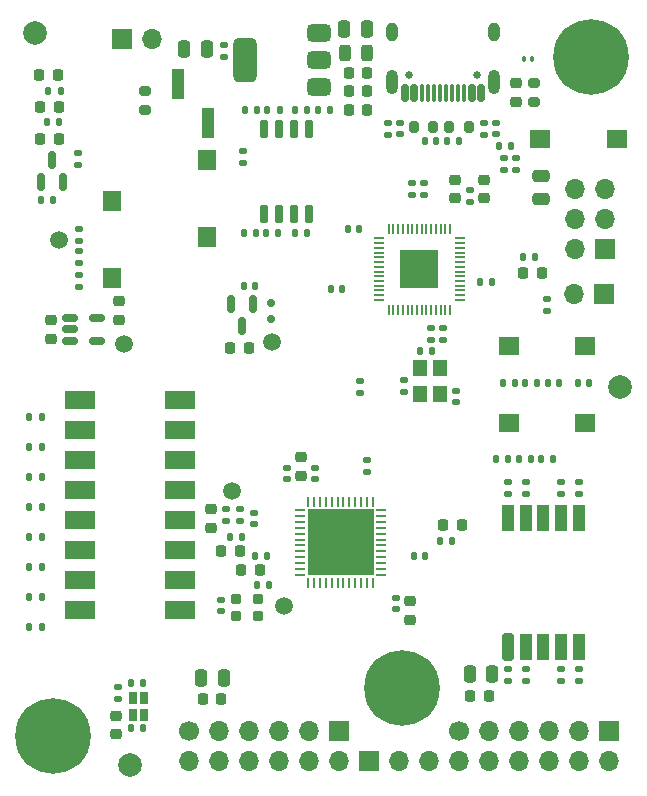
<source format=gbr>
%TF.GenerationSoftware,KiCad,Pcbnew,8.0.8-8.0.8-0~ubuntu24.04.1*%
%TF.CreationDate,2025-02-21T17:42:53-05:00*%
%TF.ProjectId,ChipigniteExplain,43686970-6967-46e6-9974-654578706c61,1.1*%
%TF.SameCoordinates,Original*%
%TF.FileFunction,Soldermask,Top*%
%TF.FilePolarity,Negative*%
%FSLAX46Y46*%
G04 Gerber Fmt 4.6, Leading zero omitted, Abs format (unit mm)*
G04 Created by KiCad (PCBNEW 8.0.8-8.0.8-0~ubuntu24.04.1) date 2025-02-21 17:42:53*
%MOMM*%
%LPD*%
G01*
G04 APERTURE LIST*
G04 Aperture macros list*
%AMRoundRect*
0 Rectangle with rounded corners*
0 $1 Rounding radius*
0 $2 $3 $4 $5 $6 $7 $8 $9 X,Y pos of 4 corners*
0 Add a 4 corners polygon primitive as box body*
4,1,4,$2,$3,$4,$5,$6,$7,$8,$9,$2,$3,0*
0 Add four circle primitives for the rounded corners*
1,1,$1+$1,$2,$3*
1,1,$1+$1,$4,$5*
1,1,$1+$1,$6,$7*
1,1,$1+$1,$8,$9*
0 Add four rect primitives between the rounded corners*
20,1,$1+$1,$2,$3,$4,$5,0*
20,1,$1+$1,$4,$5,$6,$7,0*
20,1,$1+$1,$6,$7,$8,$9,0*
20,1,$1+$1,$8,$9,$2,$3,0*%
G04 Aperture macros list end*
%ADD10RoundRect,0.135000X0.135000X0.185000X-0.135000X0.185000X-0.135000X-0.185000X0.135000X-0.185000X0*%
%ADD11RoundRect,0.375000X0.625000X0.375000X-0.625000X0.375000X-0.625000X-0.375000X0.625000X-0.375000X0*%
%ADD12RoundRect,0.500000X0.500000X1.400000X-0.500000X1.400000X-0.500000X-1.400000X0.500000X-1.400000X0*%
%ADD13RoundRect,0.135000X-0.185000X0.135000X-0.185000X-0.135000X0.185000X-0.135000X0.185000X0.135000X0*%
%ADD14RoundRect,0.140000X0.170000X-0.140000X0.170000X0.140000X-0.170000X0.140000X-0.170000X-0.140000X0*%
%ADD15RoundRect,0.135000X-0.135000X-0.185000X0.135000X-0.185000X0.135000X0.185000X-0.135000X0.185000X0*%
%ADD16RoundRect,0.135000X0.185000X-0.135000X0.185000X0.135000X-0.185000X0.135000X-0.185000X-0.135000X0*%
%ADD17RoundRect,0.102000X-0.700000X0.750000X-0.700000X-0.750000X0.700000X-0.750000X0.700000X0.750000X0*%
%ADD18RoundRect,0.250000X-0.250000X-0.475000X0.250000X-0.475000X0.250000X0.475000X-0.250000X0.475000X0*%
%ADD19RoundRect,0.150000X-0.150000X0.587500X-0.150000X-0.587500X0.150000X-0.587500X0.150000X0.587500X0*%
%ADD20C,6.400000*%
%ADD21RoundRect,0.225000X0.225000X0.250000X-0.225000X0.250000X-0.225000X-0.250000X0.225000X-0.250000X0*%
%ADD22RoundRect,0.140000X-0.140000X-0.170000X0.140000X-0.170000X0.140000X0.170000X-0.140000X0.170000X0*%
%ADD23RoundRect,0.102000X-0.750000X-0.700000X0.750000X-0.700000X0.750000X0.700000X-0.750000X0.700000X0*%
%ADD24RoundRect,0.225000X-0.225000X-0.250000X0.225000X-0.250000X0.225000X0.250000X-0.225000X0.250000X0*%
%ADD25RoundRect,0.150000X0.150000X-0.650000X0.150000X0.650000X-0.150000X0.650000X-0.150000X-0.650000X0*%
%ADD26RoundRect,0.150000X-0.200000X0.150000X-0.200000X-0.150000X0.200000X-0.150000X0.200000X0.150000X0*%
%ADD27RoundRect,0.140000X0.140000X0.170000X-0.140000X0.170000X-0.140000X-0.170000X0.140000X-0.170000X0*%
%ADD28RoundRect,0.102000X-0.275000X0.400000X-0.275000X-0.400000X0.275000X-0.400000X0.275000X0.400000X0*%
%ADD29R,1.200000X1.400000*%
%ADD30RoundRect,0.050000X-0.387500X-0.050000X0.387500X-0.050000X0.387500X0.050000X-0.387500X0.050000X0*%
%ADD31RoundRect,0.050000X-0.050000X-0.387500X0.050000X-0.387500X0.050000X0.387500X-0.050000X0.387500X0*%
%ADD32R,3.200000X3.200000*%
%ADD33C,1.500000*%
%ADD34C,2.000000*%
%ADD35RoundRect,0.225000X-0.250000X0.225000X-0.250000X-0.225000X0.250000X-0.225000X0.250000X0.225000X0*%
%ADD36RoundRect,0.150000X0.150000X-0.587500X0.150000X0.587500X-0.150000X0.587500X-0.150000X-0.587500X0*%
%ADD37RoundRect,0.225000X0.250000X-0.225000X0.250000X0.225000X-0.250000X0.225000X-0.250000X-0.225000X0*%
%ADD38RoundRect,0.200000X-0.275000X0.200000X-0.275000X-0.200000X0.275000X-0.200000X0.275000X0.200000X0*%
%ADD39RoundRect,0.150000X-0.512500X-0.150000X0.512500X-0.150000X0.512500X0.150000X-0.512500X0.150000X0*%
%ADD40RoundRect,0.218750X-0.218750X-0.256250X0.218750X-0.256250X0.218750X0.256250X-0.218750X0.256250X0*%
%ADD41R,1.700000X1.700000*%
%ADD42O,1.700000X1.700000*%
%ADD43RoundRect,0.200000X0.275000X-0.200000X0.275000X0.200000X-0.275000X0.200000X-0.275000X-0.200000X0*%
%ADD44RoundRect,0.140000X-0.170000X0.140000X-0.170000X-0.140000X0.170000X-0.140000X0.170000X0.140000X0*%
%ADD45RoundRect,0.200000X0.200000X0.275000X-0.200000X0.275000X-0.200000X-0.275000X0.200000X-0.275000X0*%
%ADD46C,0.650000*%
%ADD47RoundRect,0.150000X0.150000X0.575000X-0.150000X0.575000X-0.150000X-0.575000X0.150000X-0.575000X0*%
%ADD48RoundRect,0.075000X0.075000X0.650000X-0.075000X0.650000X-0.075000X-0.650000X0.075000X-0.650000X0*%
%ADD49O,1.000000X2.100000*%
%ADD50O,1.000000X1.600000*%
%ADD51RoundRect,0.243750X0.243750X0.456250X-0.243750X0.456250X-0.243750X-0.456250X0.243750X-0.456250X0*%
%ADD52RoundRect,0.218750X0.218750X0.256250X-0.218750X0.256250X-0.218750X-0.256250X0.218750X-0.256250X0*%
%ADD53RoundRect,0.250000X-0.475000X0.250000X-0.475000X-0.250000X0.475000X-0.250000X0.475000X0.250000X0*%
%ADD54C,1.700000*%
%ADD55RoundRect,0.200000X0.300000X-0.950000X0.300000X0.950000X-0.300000X0.950000X-0.300000X-0.950000X0*%
%ADD56R,1.000000X2.300000*%
%ADD57RoundRect,0.200000X-0.200000X-0.275000X0.200000X-0.275000X0.200000X0.275000X-0.200000X0.275000X0*%
%ADD58R,2.600000X1.550000*%
%ADD59RoundRect,0.200000X0.250000X-0.200000X0.250000X0.200000X-0.250000X0.200000X-0.250000X-0.200000X0*%
%ADD60RoundRect,0.075000X-0.075000X-0.175000X0.075000X-0.175000X0.075000X0.175000X-0.075000X0.175000X0*%
%ADD61RoundRect,0.062500X0.375000X0.062500X-0.375000X0.062500X-0.375000X-0.062500X0.375000X-0.062500X0*%
%ADD62RoundRect,0.062500X0.062500X0.375000X-0.062500X0.375000X-0.062500X-0.375000X0.062500X-0.375000X0*%
%ADD63R,5.600000X5.600000*%
%ADD64R,1.000000X2.510000*%
G04 APERTURE END LIST*
D10*
%TO.C,R23*%
X92720000Y-60600000D03*
X91700000Y-60600000D03*
%TD*%
D11*
%TO.C,U1*%
X76700000Y-29100000D03*
X76700000Y-26800000D03*
D12*
X70400000Y-26800000D03*
D11*
X76700000Y-24500000D03*
%TD*%
D13*
%TO.C,R43*%
X98712157Y-62527843D03*
X98712157Y-63547843D03*
%TD*%
D14*
%TO.C,C11*%
X93400000Y-36080000D03*
X93400000Y-35120000D03*
%TD*%
D10*
%TO.C,R26*%
X61810000Y-79500000D03*
X60790000Y-79500000D03*
%TD*%
D15*
%TO.C,R36*%
X52190000Y-62085714D03*
X53210000Y-62085714D03*
%TD*%
D16*
%TO.C,R19*%
X80200000Y-55010000D03*
X80200000Y-53990000D03*
%TD*%
D17*
%TO.C,SW2*%
X67200000Y-35250000D03*
X67200000Y-41750000D03*
%TD*%
D18*
%TO.C,C3*%
X78850000Y-24200000D03*
X80750000Y-24200000D03*
%TD*%
D19*
%TO.C,D5*%
X71150000Y-47462500D03*
X69250000Y-47462500D03*
X70200000Y-49337500D03*
%TD*%
D10*
%TO.C,R22*%
X93260000Y-54100000D03*
X92240000Y-54100000D03*
%TD*%
D20*
%TO.C,H3*%
X99700000Y-26500000D03*
%TD*%
D21*
%TO.C,C26*%
X70750000Y-51137500D03*
X69200000Y-51137500D03*
%TD*%
D22*
%TO.C,C8*%
X87570000Y-33640000D03*
X88530000Y-33640000D03*
%TD*%
D23*
%TO.C,SW3*%
X92750000Y-51000000D03*
X99250000Y-51000000D03*
%TD*%
D17*
%TO.C,SW5*%
X59200000Y-38750000D03*
X59200000Y-45250000D03*
%TD*%
D24*
%TO.C,C52*%
X89525000Y-80600000D03*
X91075000Y-80600000D03*
%TD*%
D25*
%TO.C,U5*%
X72045000Y-39800000D03*
X73315000Y-39800000D03*
X74585000Y-39800000D03*
X75855000Y-39800000D03*
X75855000Y-32600000D03*
X74585000Y-32600000D03*
X73315000Y-32600000D03*
X72045000Y-32600000D03*
%TD*%
D18*
%TO.C,C49*%
X89450000Y-78800000D03*
X91350000Y-78800000D03*
%TD*%
D10*
%TO.C,R27*%
X61810000Y-83350000D03*
X60790000Y-83350000D03*
%TD*%
D15*
%TO.C,R40*%
X52190000Y-72257142D03*
X53210000Y-72257142D03*
%TD*%
%TO.C,R14*%
X72240000Y-41400000D03*
X73260000Y-41400000D03*
%TD*%
D26*
%TO.C,D4*%
X72600000Y-48737500D03*
X72600000Y-47337500D03*
%TD*%
D16*
%TO.C,R44*%
X97212157Y-79357843D03*
X97212157Y-78337843D03*
%TD*%
D27*
%TO.C,C38*%
X70160000Y-67200000D03*
X69200000Y-67200000D03*
%TD*%
D14*
%TO.C,C21*%
X84600000Y-38180000D03*
X84600000Y-37220000D03*
%TD*%
D28*
%TO.C,D7*%
X60950000Y-80850000D03*
X61850000Y-80850000D03*
X61850000Y-82250000D03*
X60950000Y-82250000D03*
%TD*%
D29*
%TO.C,Y1*%
X85250000Y-52900000D03*
X85250000Y-55100000D03*
X86950000Y-55100000D03*
X86950000Y-52900000D03*
%TD*%
D16*
%TO.C,R29*%
X56400000Y-44010000D03*
X56400000Y-42990000D03*
%TD*%
D30*
%TO.C,U4*%
X81762500Y-41900000D03*
X81762500Y-42300000D03*
X81762500Y-42700000D03*
X81762500Y-43100000D03*
X81762500Y-43500000D03*
X81762500Y-43900000D03*
X81762500Y-44300000D03*
X81762500Y-44700000D03*
X81762500Y-45100000D03*
X81762500Y-45500000D03*
X81762500Y-45900000D03*
X81762500Y-46300000D03*
X81762500Y-46700000D03*
X81762500Y-47100000D03*
D31*
X82600000Y-47937500D03*
X83000000Y-47937500D03*
X83400000Y-47937500D03*
X83800000Y-47937500D03*
X84200000Y-47937500D03*
X84600000Y-47937500D03*
X85000000Y-47937500D03*
X85400000Y-47937500D03*
X85800000Y-47937500D03*
X86200000Y-47937500D03*
X86600000Y-47937500D03*
X87000000Y-47937500D03*
X87400000Y-47937500D03*
X87800000Y-47937500D03*
D30*
X88637500Y-47100000D03*
X88637500Y-46700000D03*
X88637500Y-46300000D03*
X88637500Y-45900000D03*
X88637500Y-45500000D03*
X88637500Y-45100000D03*
X88637500Y-44700000D03*
X88637500Y-44300000D03*
X88637500Y-43900000D03*
X88637500Y-43500000D03*
X88637500Y-43100000D03*
X88637500Y-42700000D03*
X88637500Y-42300000D03*
X88637500Y-41900000D03*
D31*
X87800000Y-41062500D03*
X87400000Y-41062500D03*
X87000000Y-41062500D03*
X86600000Y-41062500D03*
X86200000Y-41062500D03*
X85800000Y-41062500D03*
X85400000Y-41062500D03*
X85000000Y-41062500D03*
X84600000Y-41062500D03*
X84200000Y-41062500D03*
X83800000Y-41062500D03*
X83400000Y-41062500D03*
X83000000Y-41062500D03*
X82600000Y-41062500D03*
D32*
X85200000Y-44500000D03*
%TD*%
D20*
%TO.C,H1*%
X54200000Y-84000000D03*
%TD*%
D15*
%TO.C,R37*%
X52190000Y-64628571D03*
X53210000Y-64628571D03*
%TD*%
D13*
%TO.C,R48*%
X92712157Y-62527843D03*
X92712157Y-63547843D03*
%TD*%
D33*
%TO.C,TP3*%
X69300000Y-63300000D03*
%TD*%
D34*
%TO.C,FID2*%
X102200000Y-54500000D03*
%TD*%
D23*
%TO.C,SW1*%
X95450000Y-33500000D03*
X101950000Y-33500000D03*
%TD*%
D35*
%TO.C,C35*%
X67600000Y-64825000D03*
X67600000Y-66375000D03*
%TD*%
D15*
%TO.C,R35*%
X52190000Y-59542857D03*
X53210000Y-59542857D03*
%TD*%
%TO.C,R41*%
X52190000Y-74800000D03*
X53210000Y-74800000D03*
%TD*%
D14*
%TO.C,C47*%
X56400000Y-42080000D03*
X56400000Y-41120000D03*
%TD*%
D36*
%TO.C,Q1*%
X53160000Y-37137500D03*
X55060000Y-37137500D03*
X54110000Y-35262500D03*
%TD*%
D13*
%TO.C,R4*%
X92400000Y-35090000D03*
X92400000Y-36110000D03*
%TD*%
D24*
%TO.C,C51*%
X66850000Y-80900000D03*
X68400000Y-80900000D03*
%TD*%
D14*
%TO.C,C29*%
X76400000Y-62280000D03*
X76400000Y-61320000D03*
%TD*%
D13*
%TO.C,R42*%
X97212157Y-62527843D03*
X97212157Y-63547843D03*
%TD*%
D37*
%TO.C,C13*%
X90650000Y-38475000D03*
X90650000Y-36925000D03*
%TD*%
D15*
%TO.C,R24*%
X71490000Y-71200000D03*
X72510000Y-71200000D03*
%TD*%
D21*
%TO.C,C39*%
X69975000Y-68400000D03*
X68425000Y-68400000D03*
%TD*%
D38*
%TO.C,R50*%
X62000000Y-29375000D03*
X62000000Y-31025000D03*
%TD*%
D15*
%TO.C,R21*%
X93600000Y-60600000D03*
X94620000Y-60600000D03*
%TD*%
D37*
%TO.C,C30*%
X75200000Y-61975000D03*
X75200000Y-60425000D03*
%TD*%
D39*
%TO.C,U6*%
X55662500Y-48650000D03*
X55662500Y-49600000D03*
X55662500Y-50550000D03*
X57937500Y-50550000D03*
X57937500Y-48650000D03*
%TD*%
D40*
%TO.C,D3*%
X94012500Y-44800000D03*
X95587500Y-44800000D03*
%TD*%
D15*
%TO.C,R20*%
X94140000Y-54100000D03*
X95160000Y-54100000D03*
%TD*%
D27*
%TO.C,C22*%
X80130000Y-41100000D03*
X79170000Y-41100000D03*
%TD*%
D41*
%TO.C,J10*%
X100875000Y-46600000D03*
D42*
X98335000Y-46600000D03*
%TD*%
D43*
%TO.C,R3*%
X94890000Y-30365000D03*
X94890000Y-28715000D03*
%TD*%
D22*
%TO.C,C45*%
X95520000Y-60600000D03*
X96480000Y-60600000D03*
%TD*%
D34*
%TO.C,FID3*%
X60700000Y-86500000D03*
%TD*%
D16*
%TO.C,R49*%
X98712157Y-79357843D03*
X98712157Y-78337843D03*
%TD*%
D15*
%TO.C,R38*%
X52190000Y-67171428D03*
X53210000Y-67171428D03*
%TD*%
D40*
%TO.C,D9*%
X53022500Y-28100000D03*
X54597500Y-28100000D03*
%TD*%
D13*
%TO.C,R18*%
X80800000Y-60690000D03*
X80800000Y-61710000D03*
%TD*%
D33*
%TO.C,TP4*%
X73700000Y-73000000D03*
%TD*%
D13*
%TO.C,R2*%
X82550000Y-32090000D03*
X82550000Y-33110000D03*
%TD*%
D15*
%TO.C,R34*%
X52190000Y-57000000D03*
X53210000Y-57000000D03*
%TD*%
D16*
%TO.C,R46*%
X92712157Y-79357843D03*
X92712157Y-78337843D03*
%TD*%
%TO.C,R33*%
X56310000Y-35710000D03*
X56310000Y-34690000D03*
%TD*%
D20*
%TO.C,H2*%
X83700000Y-80000000D03*
%TD*%
D13*
%TO.C,R1*%
X90650000Y-32090000D03*
X90650000Y-33110000D03*
%TD*%
D33*
%TO.C,TP2*%
X60200000Y-50800000D03*
%TD*%
D44*
%TO.C,C14*%
X83900000Y-53920000D03*
X83900000Y-54880000D03*
%TD*%
D45*
%TO.C,D1*%
X89375000Y-32440000D03*
X87725000Y-32440000D03*
%TD*%
D33*
%TO.C,TP5*%
X54700000Y-42000000D03*
%TD*%
D13*
%TO.C,R47*%
X94212157Y-62527843D03*
X94212157Y-63547843D03*
%TD*%
D44*
%TO.C,C19*%
X86200000Y-49520000D03*
X86200000Y-50480000D03*
%TD*%
D35*
%TO.C,C32*%
X84400000Y-72625000D03*
X84400000Y-74175000D03*
%TD*%
D10*
%TO.C,R32*%
X54220000Y-38662500D03*
X53200000Y-38662500D03*
%TD*%
D33*
%TO.C,TP1*%
X72700000Y-50637500D03*
%TD*%
D44*
%TO.C,C15*%
X88300000Y-54820000D03*
X88300000Y-55780000D03*
%TD*%
D37*
%TO.C,C34*%
X59800000Y-48775000D03*
X59800000Y-47225000D03*
%TD*%
D35*
%TO.C,C46*%
X59550000Y-82325000D03*
X59550000Y-83875000D03*
%TD*%
D14*
%TO.C,C5*%
X68650000Y-26500000D03*
X68650000Y-25540000D03*
%TD*%
D16*
%TO.C,R9*%
X96000000Y-48010000D03*
X96000000Y-46990000D03*
%TD*%
D15*
%TO.C,R8*%
X94002500Y-43500000D03*
X95022500Y-43500000D03*
%TD*%
D40*
%TO.C,D8*%
X53122500Y-33500000D03*
X54697500Y-33500000D03*
%TD*%
D44*
%TO.C,C40*%
X71200000Y-65120000D03*
X71200000Y-66080000D03*
%TD*%
D15*
%TO.C,R5*%
X70340000Y-41400000D03*
X71360000Y-41400000D03*
%TD*%
D46*
%TO.C,J4*%
X90090000Y-28100000D03*
X84310000Y-28100000D03*
D47*
X90450000Y-29545000D03*
X89650000Y-29545000D03*
D48*
X88450000Y-29545000D03*
X87450000Y-29545000D03*
X86950000Y-29545000D03*
X85950000Y-29545000D03*
D47*
X84750000Y-29545000D03*
X83950000Y-29545000D03*
X83950000Y-29545000D03*
X84750000Y-29545000D03*
D48*
X85450000Y-29545000D03*
X86450000Y-29545000D03*
X87950000Y-29545000D03*
X88950000Y-29545000D03*
D47*
X89650000Y-29545000D03*
X90450000Y-29545000D03*
D49*
X91520000Y-28630000D03*
D50*
X91520000Y-24450000D03*
D49*
X82880000Y-28630000D03*
D50*
X82880000Y-24450000D03*
%TD*%
D44*
%TO.C,C6*%
X91650000Y-32120000D03*
X91650000Y-33080000D03*
%TD*%
D23*
%TO.C,SW4*%
X92750000Y-57500000D03*
X99250000Y-57500000D03*
%TD*%
D18*
%TO.C,C4*%
X65300000Y-25900000D03*
X67200000Y-25900000D03*
%TD*%
D22*
%TO.C,C24*%
X90370000Y-45600000D03*
X91330000Y-45600000D03*
%TD*%
D27*
%TO.C,C25*%
X71300000Y-45937500D03*
X70340000Y-45937500D03*
%TD*%
D51*
%TO.C,F1*%
X80737500Y-26200000D03*
X78862500Y-26200000D03*
%TD*%
D52*
%TO.C,D6*%
X88787500Y-66200000D03*
X87212500Y-66200000D03*
%TD*%
D24*
%TO.C,C1*%
X79225000Y-27900000D03*
X80775000Y-27900000D03*
%TD*%
D14*
%TO.C,C23*%
X89450000Y-38780000D03*
X89450000Y-37820000D03*
%TD*%
D10*
%TO.C,R16*%
X88000000Y-67500000D03*
X86980000Y-67500000D03*
%TD*%
D35*
%TO.C,C33*%
X54000000Y-48825000D03*
X54000000Y-50375000D03*
%TD*%
D10*
%TO.C,R6*%
X92960000Y-34100000D03*
X91940000Y-34100000D03*
%TD*%
D53*
%TO.C,C50*%
X95500000Y-36650000D03*
X95500000Y-38550000D03*
%TD*%
D15*
%TO.C,R39*%
X52190000Y-69714285D03*
X53210000Y-69714285D03*
%TD*%
D41*
%TO.C,J5*%
X101235000Y-83575000D03*
D42*
X98695000Y-83575000D03*
X96155000Y-83575000D03*
X93615000Y-83575000D03*
X91075000Y-83575000D03*
D54*
X88535000Y-83575000D03*
D42*
X101235000Y-86115000D03*
X98695000Y-86115000D03*
X96155000Y-86115000D03*
X93615000Y-86115000D03*
X91075000Y-86115000D03*
X88535000Y-86115000D03*
%TD*%
D27*
%TO.C,C37*%
X99580000Y-54100000D03*
X98620000Y-54100000D03*
%TD*%
D44*
%TO.C,C43*%
X68400000Y-72520000D03*
X68400000Y-73480000D03*
%TD*%
D55*
%TO.C,U3*%
X92700000Y-76450000D03*
D56*
X94200000Y-76450000D03*
X95700000Y-76450000D03*
X97200000Y-76450000D03*
X98700000Y-76450000D03*
X98700000Y-65550000D03*
X97200000Y-65550000D03*
X95700000Y-65550000D03*
X94200000Y-65550000D03*
X92700000Y-65550000D03*
%TD*%
D41*
%TO.C,J3*%
X80915000Y-86115000D03*
D42*
X83455000Y-86115000D03*
X85995000Y-86115000D03*
%TD*%
D22*
%TO.C,C44*%
X96070000Y-54100000D03*
X97030000Y-54100000D03*
%TD*%
D57*
%TO.C,D2*%
X84725000Y-32440000D03*
X86375000Y-32440000D03*
%TD*%
D16*
%TO.C,R45*%
X94212157Y-79357843D03*
X94212157Y-78337843D03*
%TD*%
D44*
%TO.C,C20*%
X87200000Y-49520000D03*
X87200000Y-50480000D03*
%TD*%
D41*
%TO.C,J1*%
X60000000Y-25000000D03*
D42*
X62540000Y-25000000D03*
%TD*%
D16*
%TO.C,R28*%
X56400000Y-46010000D03*
X56400000Y-44990000D03*
%TD*%
D37*
%TO.C,C10*%
X93390000Y-30315000D03*
X93390000Y-28765000D03*
%TD*%
D16*
%TO.C,R17*%
X70000000Y-65810000D03*
X70000000Y-64790000D03*
%TD*%
D10*
%TO.C,R11*%
X75660000Y-41400000D03*
X74640000Y-41400000D03*
%TD*%
D34*
%TO.C,FID1*%
X52700000Y-24500000D03*
%TD*%
D15*
%TO.C,R31*%
X53690000Y-32000000D03*
X54710000Y-32000000D03*
%TD*%
D27*
%TO.C,C9*%
X86650000Y-33640000D03*
X85690000Y-33640000D03*
%TD*%
D58*
%TO.C,SW6*%
X56500000Y-55610000D03*
X56500000Y-58150000D03*
X56500000Y-60690000D03*
X56500000Y-63230000D03*
X56500000Y-65770000D03*
X56500000Y-68310000D03*
X56500000Y-70850000D03*
X56500000Y-73390000D03*
X64900000Y-73390000D03*
X64900000Y-70850000D03*
X64900000Y-68310000D03*
X64900000Y-65770000D03*
X64900000Y-63230000D03*
X64900000Y-60690000D03*
X64900000Y-58150000D03*
X64900000Y-55610000D03*
%TD*%
D59*
%TO.C,X1*%
X69675000Y-73885000D03*
X71525000Y-73885000D03*
X71525000Y-72435000D03*
X69675000Y-72435000D03*
%TD*%
D10*
%TO.C,R10*%
X86310000Y-51400000D03*
X85290000Y-51400000D03*
%TD*%
D16*
%TO.C,R7*%
X70250000Y-35510000D03*
X70250000Y-34490000D03*
%TD*%
D22*
%TO.C,C16*%
X70470000Y-31000000D03*
X71430000Y-31000000D03*
%TD*%
D35*
%TO.C,C12*%
X88250000Y-36925000D03*
X88250000Y-38475000D03*
%TD*%
D14*
%TO.C,C18*%
X85600000Y-38180000D03*
X85600000Y-37220000D03*
%TD*%
D41*
%TO.C,J7*%
X100900000Y-42825000D03*
D42*
X98360000Y-42825000D03*
X100900000Y-40285000D03*
X98360000Y-40285000D03*
X100900000Y-37745000D03*
X98360000Y-37745000D03*
%TD*%
D24*
%TO.C,C2*%
X79225000Y-31000000D03*
X80775000Y-31000000D03*
%TD*%
D44*
%TO.C,C7*%
X83550000Y-32120000D03*
X83550000Y-33080000D03*
%TD*%
D27*
%TO.C,C27*%
X72280000Y-68800000D03*
X71320000Y-68800000D03*
%TD*%
D60*
%TO.C,U2*%
X94050000Y-26700000D03*
X94750000Y-26700000D03*
%TD*%
D41*
%TO.C,J6*%
X78375000Y-83575000D03*
D42*
X75835000Y-83575000D03*
X73295000Y-83575000D03*
X70755000Y-83575000D03*
X68215000Y-83575000D03*
D54*
X65675000Y-83575000D03*
D42*
X78375000Y-86115000D03*
X75835000Y-86115000D03*
X73295000Y-86115000D03*
X70755000Y-86115000D03*
X68215000Y-86115000D03*
X65675000Y-86115000D03*
%TD*%
D27*
%TO.C,C17*%
X78680000Y-46200000D03*
X77720000Y-46200000D03*
%TD*%
D18*
%TO.C,C48*%
X66750000Y-79100000D03*
X68650000Y-79100000D03*
%TD*%
D14*
%TO.C,C42*%
X74000000Y-62280000D03*
X74000000Y-61320000D03*
%TD*%
D40*
%TO.C,D10*%
X53112500Y-30800000D03*
X54687500Y-30800000D03*
%TD*%
D61*
%TO.C,U7*%
X81962500Y-70390000D03*
X81962500Y-69890000D03*
X81962500Y-69390000D03*
X81962500Y-68890000D03*
X81962500Y-68390000D03*
X81962500Y-67890000D03*
X81962500Y-67390000D03*
X81962500Y-66890000D03*
X81962500Y-66390000D03*
X81962500Y-65890000D03*
X81962500Y-65390000D03*
X81962500Y-64890000D03*
D62*
X81275000Y-64202500D03*
X80775000Y-64202500D03*
X80275000Y-64202500D03*
X79775000Y-64202500D03*
X79275000Y-64202500D03*
X78775000Y-64202500D03*
X78275000Y-64202500D03*
X77775000Y-64202500D03*
X77275000Y-64202500D03*
X76775000Y-64202500D03*
X76275000Y-64202500D03*
X75775000Y-64202500D03*
D61*
X75087500Y-64890000D03*
X75087500Y-65390000D03*
X75087500Y-65890000D03*
X75087500Y-66390000D03*
X75087500Y-66890000D03*
X75087500Y-67390000D03*
X75087500Y-67890000D03*
X75087500Y-68390000D03*
X75087500Y-68890000D03*
X75087500Y-69390000D03*
X75087500Y-69890000D03*
X75087500Y-70390000D03*
D62*
X75775000Y-71077500D03*
X76275000Y-71077500D03*
X76775000Y-71077500D03*
X77275000Y-71077500D03*
X77775000Y-71077500D03*
X78275000Y-71077500D03*
X78775000Y-71077500D03*
X79275000Y-71077500D03*
X79775000Y-71077500D03*
X80275000Y-71077500D03*
X80775000Y-71077500D03*
X81275000Y-71077500D03*
D63*
X78525000Y-67640000D03*
%TD*%
D22*
%TO.C,C41*%
X84720000Y-68800000D03*
X85680000Y-68800000D03*
%TD*%
D10*
%TO.C,R13*%
X77660000Y-31000000D03*
X76640000Y-31000000D03*
%TD*%
D44*
%TO.C,C36*%
X68800000Y-64820000D03*
X68800000Y-65780000D03*
%TD*%
D15*
%TO.C,R12*%
X72340000Y-31000000D03*
X73360000Y-31000000D03*
%TD*%
D64*
%TO.C,J2*%
X64780000Y-28845000D03*
X67320000Y-32155000D03*
%TD*%
D21*
%TO.C,C28*%
X71675000Y-70000000D03*
X70125000Y-70000000D03*
%TD*%
D52*
%TO.C,FB1*%
X80787500Y-29400000D03*
X79212500Y-29400000D03*
%TD*%
D10*
%TO.C,R15*%
X75660000Y-31000000D03*
X74640000Y-31000000D03*
%TD*%
%TO.C,R30*%
X54820000Y-29400000D03*
X53800000Y-29400000D03*
%TD*%
D16*
%TO.C,R25*%
X59700000Y-80910000D03*
X59700000Y-79890000D03*
%TD*%
D44*
%TO.C,C31*%
X83200000Y-72320000D03*
X83200000Y-73280000D03*
%TD*%
M02*

</source>
